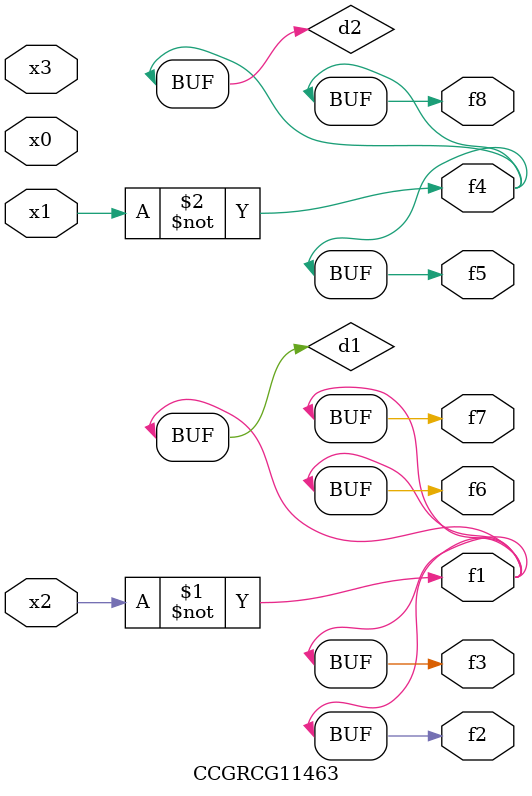
<source format=v>
module CCGRCG11463(
	input x0, x1, x2, x3,
	output f1, f2, f3, f4, f5, f6, f7, f8
);

	wire d1, d2;

	xnor (d1, x2);
	not (d2, x1);
	assign f1 = d1;
	assign f2 = d1;
	assign f3 = d1;
	assign f4 = d2;
	assign f5 = d2;
	assign f6 = d1;
	assign f7 = d1;
	assign f8 = d2;
endmodule

</source>
